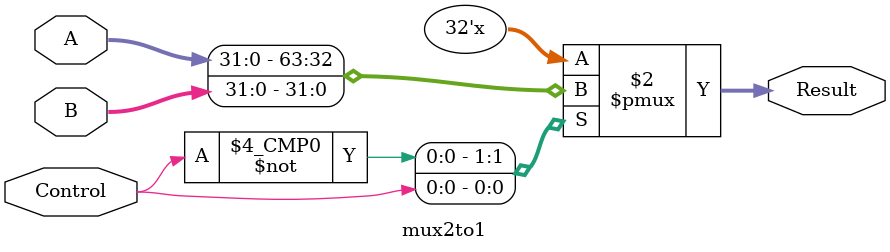
<source format=sv>
`timescale 1ns / 1ps


module mux2to1 #(
    parameter WIDTH = 32
)
(
    input  logic [WIDTH - 1:0] A          ,
    input  logic [WIDTH - 1:0] B          ,
    input  logic Control    ,
    output logic [WIDTH - 1:0] Result
);
    
    always_comb begin
        case (Control) 
            1'b0: Result = A;
            1'b1: Result = B;
            default: Result = A;
        endcase
    end
endmodule

</source>
